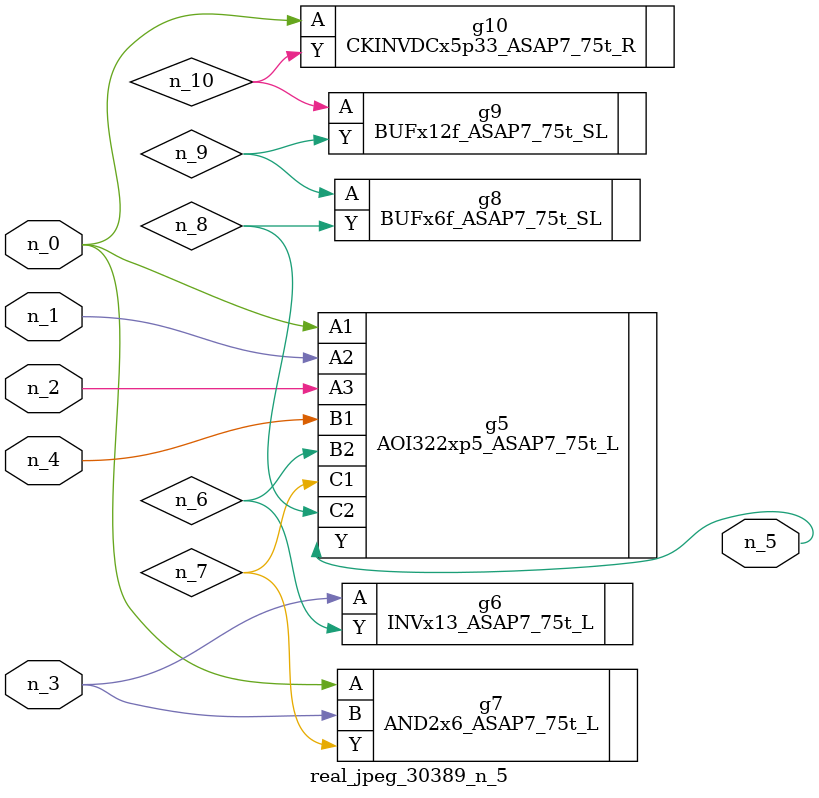
<source format=v>
module real_jpeg_30389_n_5 (n_4, n_0, n_1, n_2, n_3, n_5);

input n_4;
input n_0;
input n_1;
input n_2;
input n_3;

output n_5;

wire n_8;
wire n_6;
wire n_7;
wire n_10;
wire n_9;

AOI322xp5_ASAP7_75t_L g5 ( 
.A1(n_0),
.A2(n_1),
.A3(n_2),
.B1(n_4),
.B2(n_6),
.C1(n_7),
.C2(n_8),
.Y(n_5)
);

AND2x6_ASAP7_75t_L g7 ( 
.A(n_0),
.B(n_3),
.Y(n_7)
);

CKINVDCx5p33_ASAP7_75t_R g10 ( 
.A(n_0),
.Y(n_10)
);

INVx13_ASAP7_75t_L g6 ( 
.A(n_3),
.Y(n_6)
);

BUFx6f_ASAP7_75t_SL g8 ( 
.A(n_9),
.Y(n_8)
);

BUFx12f_ASAP7_75t_SL g9 ( 
.A(n_10),
.Y(n_9)
);


endmodule
</source>
